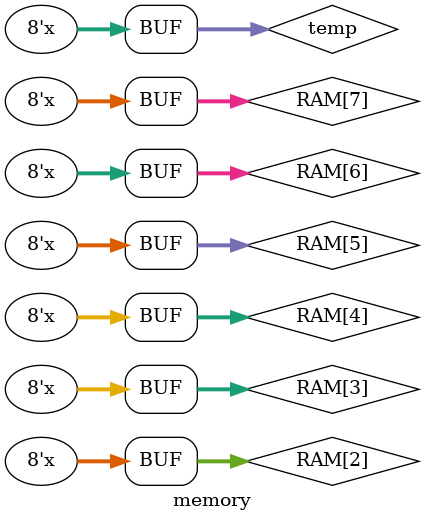
<source format=sv>
`timescale 1ns / 1ps
`include "bidir_if.sv"

module memory(bidir_if.DUT  mem);

logic [7:0] RAM [0:7];
logic [7:0]temp;

always @(*)
  begin
   if(mem.write == 1'b1)
     begin
       RAM[mem.addr] = mem.data;   
     end
  else begin
     temp = RAM[mem.addr];
  end
  end
 
 assign mem.data = !mem.write? temp : 'hz;
 
endmodule

</source>
